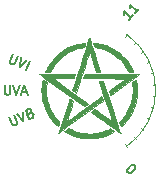
<source format=gto>
G04 #@! TF.GenerationSoftware,KiCad,Pcbnew,(5.1.8)-1*
G04 #@! TF.CreationDate,2021-06-14T15:46:15+01:00*
G04 #@! TF.ProjectId,amulet,616d756c-6574-42e6-9b69-6361645f7063,rev?*
G04 #@! TF.SameCoordinates,Original*
G04 #@! TF.FileFunction,Legend,Top*
G04 #@! TF.FilePolarity,Positive*
%FSLAX46Y46*%
G04 Gerber Fmt 4.6, Leading zero omitted, Abs format (unit mm)*
G04 Created by KiCad (PCBNEW (5.1.8)-1) date 2021-06-14 15:46:15*
%MOMM*%
%LPD*%
G01*
G04 APERTURE LIST*
%ADD10C,0.120000*%
%ADD11C,0.150000*%
%ADD12C,0.020596*%
G04 APERTURE END LIST*
D10*
X103183349Y-95453706D02*
X103326743Y-95248918D01*
X103924443Y-96075557D02*
X104101219Y-95898781D01*
X104546294Y-96816651D02*
X104751082Y-96673257D01*
X105030008Y-97654469D02*
X105256585Y-97548814D01*
X105360888Y-98563554D02*
X105602370Y-98498850D01*
X105528881Y-99516286D02*
X105777929Y-99494497D01*
X105528881Y-100483714D02*
X105777929Y-100505503D01*
X105360888Y-101436446D02*
X105602370Y-101501151D01*
X105030008Y-102345531D02*
X105256585Y-102451186D01*
X104546294Y-103183349D02*
X104751082Y-103326743D01*
X103183349Y-104546294D02*
X103326743Y-104751082D01*
X103924443Y-103924443D02*
X104101219Y-104101219D01*
X103326744Y-95248918D02*
G75*
G02*
X103326743Y-104751082I-3326744J-4751082D01*
G01*
D11*
X104005641Y-106358832D02*
X104055627Y-106416334D01*
X104076862Y-106498828D01*
X104073103Y-106552572D01*
X104040594Y-106631308D01*
X103950584Y-106760030D01*
X103806830Y-106884994D01*
X103666833Y-106956214D01*
X103584339Y-106977448D01*
X103530596Y-106973690D01*
X103451859Y-106941181D01*
X103401874Y-106883680D01*
X103380639Y-106801185D01*
X103384397Y-106747442D01*
X103416906Y-106668705D01*
X103506917Y-106539984D01*
X103650671Y-106415020D01*
X103790667Y-106343800D01*
X103873162Y-106322565D01*
X103926905Y-106326323D01*
X104005641Y-106358832D01*
X103848162Y-93652434D02*
X103548249Y-93997444D01*
X103698205Y-93824939D02*
X103094438Y-93300092D01*
X103130705Y-93432571D01*
X103138221Y-93540059D01*
X103116986Y-93622553D01*
X104348016Y-93077417D02*
X104048103Y-93422427D01*
X104198060Y-93249922D02*
X103594292Y-92725075D01*
X103630559Y-92857555D01*
X103638075Y-92965042D01*
X103616841Y-93047536D01*
X93377179Y-102269071D02*
X93625012Y-102867393D01*
X93689364Y-102923205D01*
X93739138Y-102943822D01*
X93824107Y-102949861D01*
X93964889Y-102891547D01*
X94020701Y-102827195D01*
X94041318Y-102777421D01*
X94047357Y-102692452D01*
X93799524Y-102094130D01*
X94045892Y-101992081D02*
X94598406Y-102629135D01*
X94538628Y-101787983D01*
X95177147Y-101935839D02*
X95297312Y-101927299D01*
X95347086Y-101947916D01*
X95411438Y-102003729D01*
X95455173Y-102109315D01*
X95449135Y-102194284D01*
X95428518Y-102244058D01*
X95372705Y-102308410D01*
X95091142Y-102425038D01*
X94784995Y-101685934D01*
X95031363Y-101583885D01*
X95116333Y-101589924D01*
X95166106Y-101610541D01*
X95230459Y-101666353D01*
X95259615Y-101736744D01*
X95253577Y-101821713D01*
X95232960Y-101871487D01*
X95177147Y-101935839D01*
X94930780Y-102037888D01*
X93012976Y-99561904D02*
X93012976Y-100209523D01*
X93051071Y-100285714D01*
X93089166Y-100323809D01*
X93165357Y-100361904D01*
X93317738Y-100361904D01*
X93393928Y-100323809D01*
X93432023Y-100285714D01*
X93470119Y-100209523D01*
X93470119Y-99561904D01*
X93736785Y-99561904D02*
X94003452Y-100361904D01*
X94270119Y-99561904D01*
X94498690Y-100133333D02*
X94879642Y-100133333D01*
X94422500Y-100361904D02*
X94689166Y-99561904D01*
X94955833Y-100361904D01*
X93712483Y-96921434D02*
X93464650Y-97519756D01*
X93470688Y-97604725D01*
X93491305Y-97654499D01*
X93547117Y-97718851D01*
X93687899Y-97777165D01*
X93772868Y-97771126D01*
X93822642Y-97750509D01*
X93886994Y-97694697D01*
X94134828Y-97096375D01*
X94381195Y-97198424D02*
X94321417Y-98039576D01*
X94873931Y-97402522D01*
X94814152Y-98243674D02*
X95120299Y-97504571D01*
D12*
G04 #@! TO.C,pentagram*
G36*
X103447790Y-98318470D02*
G01*
X103394990Y-98214280D01*
X103310990Y-98076980D01*
X103226890Y-97939670D01*
X103119080Y-97793880D01*
X103011270Y-97648090D01*
X102828360Y-97455910D01*
X102645470Y-97263710D01*
X102471210Y-97127460D01*
X102296940Y-96991180D01*
X102141480Y-96891880D01*
X101986030Y-96792580D01*
X101780070Y-96691600D01*
X101574110Y-96590630D01*
X101326950Y-96508830D01*
X101079800Y-96427030D01*
X100884130Y-96392430D01*
X100688480Y-96357830D01*
X100667380Y-96352830D01*
X100646280Y-96347830D01*
X100586380Y-96160380D01*
X100526580Y-95972910D01*
X100535580Y-95963910D01*
X100544580Y-95954910D01*
X100791740Y-95991710D01*
X101038900Y-96028510D01*
X101213970Y-96073910D01*
X101389040Y-96119310D01*
X101584700Y-96192310D01*
X101780350Y-96265310D01*
X101985080Y-96367810D01*
X102189800Y-96470310D01*
X102324920Y-96554510D01*
X102460030Y-96638710D01*
X102614510Y-96752850D01*
X102768970Y-96866980D01*
X102982830Y-97073260D01*
X103196690Y-97279540D01*
X103328170Y-97441670D01*
X103459650Y-97603770D01*
X103570970Y-97771210D01*
X103682290Y-97938620D01*
X103797180Y-98162820D01*
X103912070Y-98387040D01*
X103912070Y-98404840D01*
X103912070Y-98422640D01*
X103706450Y-98422640D01*
X103500840Y-98422640D01*
X103447790Y-98318470D01*
G37*
X103447790Y-98318470D02*
X103394990Y-98214280D01*
X103310990Y-98076980D01*
X103226890Y-97939670D01*
X103119080Y-97793880D01*
X103011270Y-97648090D01*
X102828360Y-97455910D01*
X102645470Y-97263710D01*
X102471210Y-97127460D01*
X102296940Y-96991180D01*
X102141480Y-96891880D01*
X101986030Y-96792580D01*
X101780070Y-96691600D01*
X101574110Y-96590630D01*
X101326950Y-96508830D01*
X101079800Y-96427030D01*
X100884130Y-96392430D01*
X100688480Y-96357830D01*
X100667380Y-96352830D01*
X100646280Y-96347830D01*
X100586380Y-96160380D01*
X100526580Y-95972910D01*
X100535580Y-95963910D01*
X100544580Y-95954910D01*
X100791740Y-95991710D01*
X101038900Y-96028510D01*
X101213970Y-96073910D01*
X101389040Y-96119310D01*
X101584700Y-96192310D01*
X101780350Y-96265310D01*
X101985080Y-96367810D01*
X102189800Y-96470310D01*
X102324920Y-96554510D01*
X102460030Y-96638710D01*
X102614510Y-96752850D01*
X102768970Y-96866980D01*
X102982830Y-97073260D01*
X103196690Y-97279540D01*
X103328170Y-97441670D01*
X103459650Y-97603770D01*
X103570970Y-97771210D01*
X103682290Y-97938620D01*
X103797180Y-98162820D01*
X103912070Y-98387040D01*
X103912070Y-98404840D01*
X103912070Y-98422640D01*
X103706450Y-98422640D01*
X103500840Y-98422640D01*
X103447790Y-98318470D01*
G36*
X96455980Y-98404760D02*
G01*
X96455980Y-98386960D01*
X96566960Y-98170500D01*
X96677940Y-97954030D01*
X96755140Y-97833000D01*
X96832440Y-97711990D01*
X96947600Y-97557520D01*
X97062750Y-97403040D01*
X97279120Y-97179980D01*
X97495470Y-96956930D01*
X97629630Y-96848070D01*
X97763800Y-96739200D01*
X97953370Y-96612300D01*
X98142950Y-96485400D01*
X98411890Y-96354500D01*
X98680850Y-96223590D01*
X98902000Y-96150290D01*
X99123140Y-96076890D01*
X99380610Y-96026190D01*
X99638050Y-95975590D01*
X99735850Y-95966590D01*
X99833650Y-95957590D01*
X99833880Y-95970490D01*
X99834110Y-95983390D01*
X99778510Y-96165750D01*
X99723010Y-96348110D01*
X99701310Y-96353110D01*
X99679510Y-96358110D01*
X99447190Y-96402510D01*
X99214850Y-96446910D01*
X99005690Y-96519710D01*
X98796530Y-96592510D01*
X98605290Y-96682010D01*
X98414010Y-96771510D01*
X98233220Y-96889300D01*
X98052410Y-97007080D01*
X97929150Y-97101880D01*
X97805890Y-97196680D01*
X97663180Y-97330790D01*
X97520460Y-97464900D01*
X97365650Y-97650260D01*
X97210830Y-97835620D01*
X97103060Y-98002570D01*
X96995300Y-98169500D01*
X96931400Y-98296070D01*
X96867500Y-98422610D01*
X96661830Y-98422610D01*
X96456160Y-98422610D01*
X96456160Y-98404810D01*
X96455980Y-98404760D01*
G37*
X96455980Y-98404760D02*
X96455980Y-98386960D01*
X96566960Y-98170500D01*
X96677940Y-97954030D01*
X96755140Y-97833000D01*
X96832440Y-97711990D01*
X96947600Y-97557520D01*
X97062750Y-97403040D01*
X97279120Y-97179980D01*
X97495470Y-96956930D01*
X97629630Y-96848070D01*
X97763800Y-96739200D01*
X97953370Y-96612300D01*
X98142950Y-96485400D01*
X98411890Y-96354500D01*
X98680850Y-96223590D01*
X98902000Y-96150290D01*
X99123140Y-96076890D01*
X99380610Y-96026190D01*
X99638050Y-95975590D01*
X99735850Y-95966590D01*
X99833650Y-95957590D01*
X99833880Y-95970490D01*
X99834110Y-95983390D01*
X99778510Y-96165750D01*
X99723010Y-96348110D01*
X99701310Y-96353110D01*
X99679510Y-96358110D01*
X99447190Y-96402510D01*
X99214850Y-96446910D01*
X99005690Y-96519710D01*
X98796530Y-96592510D01*
X98605290Y-96682010D01*
X98414010Y-96771510D01*
X98233220Y-96889300D01*
X98052410Y-97007080D01*
X97929150Y-97101880D01*
X97805890Y-97196680D01*
X97663180Y-97330790D01*
X97520460Y-97464900D01*
X97365650Y-97650260D01*
X97210830Y-97835620D01*
X97103060Y-98002570D01*
X96995300Y-98169500D01*
X96931400Y-98296070D01*
X96867500Y-98422610D01*
X96661830Y-98422610D01*
X96456160Y-98422610D01*
X96456160Y-98404810D01*
X96455980Y-98404760D01*
G36*
X98889830Y-100057400D02*
G01*
X98738850Y-99943810D01*
X98750250Y-99914210D01*
X98761650Y-99884610D01*
X99031700Y-99055770D01*
X99301750Y-98226920D01*
X99435520Y-97815000D01*
X99569300Y-97403070D01*
X99723700Y-96929370D01*
X99878100Y-96455650D01*
X100023040Y-96012820D01*
X100167980Y-95570000D01*
X100172980Y-95552700D01*
X100181980Y-95530000D01*
X100192480Y-95556700D01*
X100203380Y-95588900D01*
X100355940Y-96053200D01*
X100508490Y-96517500D01*
X100642460Y-96929440D01*
X100776430Y-97341350D01*
X100943000Y-97850200D01*
X101109610Y-98359020D01*
X101109610Y-98391620D01*
X101109610Y-98424220D01*
X100919100Y-98419220D01*
X100728570Y-98414220D01*
X100645970Y-98167080D01*
X100563370Y-97919920D01*
X100378260Y-97348570D01*
X100193140Y-96777230D01*
X100181740Y-96777030D01*
X100170340Y-96776820D01*
X100124240Y-96926130D01*
X100078140Y-97075470D01*
X99926240Y-97538890D01*
X99774360Y-98002300D01*
X99503640Y-98836440D01*
X99232900Y-99670590D01*
X99150100Y-99922900D01*
X99067300Y-100175200D01*
X99053500Y-100174390D01*
X99039800Y-100173600D01*
X98888820Y-100060020D01*
X98889830Y-100057400D01*
G37*
X98889830Y-100057400D02*
X98738850Y-99943810D01*
X98750250Y-99914210D01*
X98761650Y-99884610D01*
X99031700Y-99055770D01*
X99301750Y-98226920D01*
X99435520Y-97815000D01*
X99569300Y-97403070D01*
X99723700Y-96929370D01*
X99878100Y-96455650D01*
X100023040Y-96012820D01*
X100167980Y-95570000D01*
X100172980Y-95552700D01*
X100181980Y-95530000D01*
X100192480Y-95556700D01*
X100203380Y-95588900D01*
X100355940Y-96053200D01*
X100508490Y-96517500D01*
X100642460Y-96929440D01*
X100776430Y-97341350D01*
X100943000Y-97850200D01*
X101109610Y-98359020D01*
X101109610Y-98391620D01*
X101109610Y-98424220D01*
X100919100Y-98419220D01*
X100728570Y-98414220D01*
X100645970Y-98167080D01*
X100563370Y-97919920D01*
X100378260Y-97348570D01*
X100193140Y-96777230D01*
X100181740Y-96777030D01*
X100170340Y-96776820D01*
X100124240Y-96926130D01*
X100078140Y-97075470D01*
X99926240Y-97538890D01*
X99774360Y-98002300D01*
X99503640Y-98836440D01*
X99232900Y-99670590D01*
X99150100Y-99922900D01*
X99067300Y-100175200D01*
X99053500Y-100174390D01*
X99039800Y-100173600D01*
X98888820Y-100060020D01*
X98889830Y-100057400D01*
G36*
X101907930Y-100208060D02*
G01*
X101852330Y-100036910D01*
X101852330Y-100024410D01*
X101852330Y-100011910D01*
X102556120Y-99500450D01*
X103259940Y-98989020D01*
X101455730Y-98984020D01*
X99651520Y-98979020D01*
X99713620Y-98793760D01*
X99775720Y-98608500D01*
X102090950Y-98608500D01*
X104406170Y-98608500D01*
X104423470Y-98608540D01*
X104406170Y-98624940D01*
X103886130Y-99004440D01*
X103366070Y-99383930D01*
X102680980Y-99881840D01*
X101995920Y-100379760D01*
X101979720Y-100379760D01*
X101963620Y-100379760D01*
X101907930Y-100208060D01*
G37*
X101907930Y-100208060D02*
X101852330Y-100036910D01*
X101852330Y-100024410D01*
X101852330Y-100011910D01*
X102556120Y-99500450D01*
X103259940Y-98989020D01*
X101455730Y-98984020D01*
X99651520Y-98979020D01*
X99713620Y-98793760D01*
X99775720Y-98608500D01*
X102090950Y-98608500D01*
X104406170Y-98608500D01*
X104423470Y-98608540D01*
X104406170Y-98624940D01*
X103886130Y-99004440D01*
X103366070Y-99383930D01*
X102680980Y-99881840D01*
X101995920Y-100379760D01*
X101979720Y-100379760D01*
X101963620Y-100379760D01*
X101907930Y-100208060D01*
G36*
X98031590Y-100130030D02*
G01*
X96363290Y-98915040D01*
X96173250Y-98780870D01*
X95983200Y-98646710D01*
X95959800Y-98626610D01*
X95940000Y-98608310D01*
X97463890Y-98607840D01*
X98968630Y-98607840D01*
X98968630Y-98627340D01*
X98968630Y-98646840D01*
X98916230Y-98812440D01*
X98863830Y-98978060D01*
X97986030Y-98983060D01*
X97108220Y-98988060D01*
X98537790Y-100026020D01*
X99967380Y-101063980D01*
X99995380Y-101089580D01*
X100023380Y-101115280D01*
X99895040Y-101205080D01*
X99766670Y-101294880D01*
X99733170Y-101319580D01*
X99699770Y-101344280D01*
X98031590Y-100130030D01*
G37*
X98031590Y-100130030D02*
X96363290Y-98915040D01*
X96173250Y-98780870D01*
X95983200Y-98646710D01*
X95959800Y-98626610D01*
X95940000Y-98608310D01*
X97463890Y-98607840D01*
X98968630Y-98607840D01*
X98968630Y-98627340D01*
X98968630Y-98646840D01*
X98916230Y-98812440D01*
X98863830Y-98978060D01*
X97986030Y-98983060D01*
X97108220Y-98988060D01*
X98537790Y-100026020D01*
X99967380Y-101063980D01*
X99995380Y-101089580D01*
X100023380Y-101115280D01*
X99895040Y-101205080D01*
X99766670Y-101294880D01*
X99733170Y-101319580D01*
X99699770Y-101344280D01*
X98031590Y-100130030D01*
G36*
X102772960Y-102864980D02*
G01*
X102717360Y-102693840D01*
X102717360Y-102670340D01*
X102717360Y-102646940D01*
X102812260Y-102548140D01*
X102907160Y-102449240D01*
X103011560Y-102325660D01*
X103115950Y-102202090D01*
X103257900Y-101986950D01*
X103399840Y-101771830D01*
X103488640Y-101585330D01*
X103577340Y-101398840D01*
X103632740Y-101244460D01*
X103688240Y-101090090D01*
X103737340Y-100901300D01*
X103786440Y-100712490D01*
X103818440Y-100483410D01*
X103850340Y-100254330D01*
X103850340Y-100002190D01*
X103850340Y-99750060D01*
X103829540Y-99575540D01*
X103808740Y-99401000D01*
X103798240Y-99355900D01*
X103787740Y-99310800D01*
X103939880Y-99196310D01*
X104092010Y-99081810D01*
X104112810Y-99081810D01*
X104133610Y-99081810D01*
X104166510Y-99262020D01*
X104199410Y-99442240D01*
X104221010Y-99699700D01*
X104242610Y-99957160D01*
X104229810Y-100173410D01*
X104217010Y-100389670D01*
X104188410Y-100588710D01*
X104159910Y-100787770D01*
X104106810Y-100997590D01*
X104053610Y-101207380D01*
X103972010Y-101424590D01*
X103890410Y-101641790D01*
X103780840Y-101851600D01*
X103671250Y-102061420D01*
X103550130Y-102241610D01*
X103428990Y-102421800D01*
X103271020Y-102610610D01*
X103113050Y-102799420D01*
X102988440Y-102917850D01*
X102863820Y-103036290D01*
X102845920Y-103036290D01*
X102828020Y-103036290D01*
X102772960Y-102864980D01*
G37*
X102772960Y-102864980D02*
X102717360Y-102693840D01*
X102717360Y-102670340D01*
X102717360Y-102646940D01*
X102812260Y-102548140D01*
X102907160Y-102449240D01*
X103011560Y-102325660D01*
X103115950Y-102202090D01*
X103257900Y-101986950D01*
X103399840Y-101771830D01*
X103488640Y-101585330D01*
X103577340Y-101398840D01*
X103632740Y-101244460D01*
X103688240Y-101090090D01*
X103737340Y-100901300D01*
X103786440Y-100712490D01*
X103818440Y-100483410D01*
X103850340Y-100254330D01*
X103850340Y-100002190D01*
X103850340Y-99750060D01*
X103829540Y-99575540D01*
X103808740Y-99401000D01*
X103798240Y-99355900D01*
X103787740Y-99310800D01*
X103939880Y-99196310D01*
X104092010Y-99081810D01*
X104112810Y-99081810D01*
X104133610Y-99081810D01*
X104166510Y-99262020D01*
X104199410Y-99442240D01*
X104221010Y-99699700D01*
X104242610Y-99957160D01*
X104229810Y-100173410D01*
X104217010Y-100389670D01*
X104188410Y-100588710D01*
X104159910Y-100787770D01*
X104106810Y-100997590D01*
X104053610Y-101207380D01*
X103972010Y-101424590D01*
X103890410Y-101641790D01*
X103780840Y-101851600D01*
X103671250Y-102061420D01*
X103550130Y-102241610D01*
X103428990Y-102421800D01*
X103271020Y-102610610D01*
X103113050Y-102799420D01*
X102988440Y-102917850D01*
X102863820Y-103036290D01*
X102845920Y-103036290D01*
X102828020Y-103036290D01*
X102772960Y-102864980D01*
G36*
X97313190Y-102845640D02*
G01*
X97123690Y-102655130D01*
X96987180Y-102479250D01*
X96850670Y-102303390D01*
X96748060Y-102137930D01*
X96645450Y-101972470D01*
X96553250Y-101788590D01*
X96461050Y-101604710D01*
X96388050Y-101409060D01*
X96315050Y-101213390D01*
X96263350Y-101007430D01*
X96211650Y-100801470D01*
X96189350Y-100678420D01*
X96167050Y-100555370D01*
X96145550Y-100269730D01*
X96124050Y-99984090D01*
X96145650Y-99713110D01*
X96167250Y-99442120D01*
X96200250Y-99261890D01*
X96233250Y-99081690D01*
X96254950Y-99081690D01*
X96276750Y-99081690D01*
X96428900Y-99196200D01*
X96581070Y-99310720D01*
X96570570Y-99345520D01*
X96560070Y-99380320D01*
X96535670Y-99596600D01*
X96511270Y-99812860D01*
X96523770Y-100142400D01*
X96536270Y-100471930D01*
X96577070Y-100673720D01*
X96617870Y-100875530D01*
X96672570Y-101054760D01*
X96727270Y-101233990D01*
X96799370Y-101409060D01*
X96871570Y-101584140D01*
X96944970Y-101718010D01*
X97018370Y-101851880D01*
X97120350Y-102006350D01*
X97222330Y-102160830D01*
X97331140Y-102296390D01*
X97439960Y-102431970D01*
X97544840Y-102537960D01*
X97649730Y-102643950D01*
X97649730Y-102668850D01*
X97649730Y-102693750D01*
X97594130Y-102864890D01*
X97538430Y-103036050D01*
X97520230Y-103036050D01*
X97502030Y-103036050D01*
X97313190Y-102845640D01*
G37*
X97313190Y-102845640D02*
X97123690Y-102655130D01*
X96987180Y-102479250D01*
X96850670Y-102303390D01*
X96748060Y-102137930D01*
X96645450Y-101972470D01*
X96553250Y-101788590D01*
X96461050Y-101604710D01*
X96388050Y-101409060D01*
X96315050Y-101213390D01*
X96263350Y-101007430D01*
X96211650Y-100801470D01*
X96189350Y-100678420D01*
X96167050Y-100555370D01*
X96145550Y-100269730D01*
X96124050Y-99984090D01*
X96145650Y-99713110D01*
X96167250Y-99442120D01*
X96200250Y-99261890D01*
X96233250Y-99081690D01*
X96254950Y-99081690D01*
X96276750Y-99081690D01*
X96428900Y-99196200D01*
X96581070Y-99310720D01*
X96570570Y-99345520D01*
X96560070Y-99380320D01*
X96535670Y-99596600D01*
X96511270Y-99812860D01*
X96523770Y-100142400D01*
X96536270Y-100471930D01*
X96577070Y-100673720D01*
X96617870Y-100875530D01*
X96672570Y-101054760D01*
X96727270Y-101233990D01*
X96799370Y-101409060D01*
X96871570Y-101584140D01*
X96944970Y-101718010D01*
X97018370Y-101851880D01*
X97120350Y-102006350D01*
X97222330Y-102160830D01*
X97331140Y-102296390D01*
X97439960Y-102431970D01*
X97544840Y-102537960D01*
X97649730Y-102643950D01*
X97649730Y-102668850D01*
X97649730Y-102693750D01*
X97594130Y-102864890D01*
X97538430Y-103036050D01*
X97520230Y-103036050D01*
X97502030Y-103036050D01*
X97313190Y-102845640D01*
G36*
X102336200Y-103259230D02*
G01*
X101883080Y-102929850D01*
X101450570Y-102616000D01*
X101018050Y-102302150D01*
X100682730Y-102058770D01*
X100347410Y-101815380D01*
X100355410Y-101807380D01*
X100363410Y-101799380D01*
X100513470Y-101687110D01*
X100663540Y-101574830D01*
X100768650Y-101650030D01*
X100873770Y-101725230D01*
X100976810Y-101801330D01*
X101079730Y-101877430D01*
X101579190Y-102239450D01*
X102078650Y-102601460D01*
X102078650Y-102581060D01*
X102078650Y-102560660D01*
X101905250Y-102031230D01*
X101731830Y-101501800D01*
X101453410Y-100647050D01*
X101174990Y-99792320D01*
X101081090Y-99503970D01*
X100987190Y-99215610D01*
X100987180Y-99189910D01*
X100987140Y-99164210D01*
X101179110Y-99164210D01*
X101371070Y-99164210D01*
X102088760Y-101368020D01*
X102806430Y-103571850D01*
X102818930Y-103609450D01*
X102789230Y-103588750D01*
X102336200Y-103259230D01*
G37*
X102336200Y-103259230D02*
X101883080Y-102929850D01*
X101450570Y-102616000D01*
X101018050Y-102302150D01*
X100682730Y-102058770D01*
X100347410Y-101815380D01*
X100355410Y-101807380D01*
X100363410Y-101799380D01*
X100513470Y-101687110D01*
X100663540Y-101574830D01*
X100768650Y-101650030D01*
X100873770Y-101725230D01*
X100976810Y-101801330D01*
X101079730Y-101877430D01*
X101579190Y-102239450D01*
X102078650Y-102601460D01*
X102078650Y-102581060D01*
X102078650Y-102560660D01*
X101905250Y-102031230D01*
X101731830Y-101501800D01*
X101453410Y-100647050D01*
X101174990Y-99792320D01*
X101081090Y-99503970D01*
X100987190Y-99215610D01*
X100987180Y-99189910D01*
X100987140Y-99164210D01*
X101179110Y-99164210D01*
X101371070Y-99164210D01*
X102088760Y-101368020D01*
X102806430Y-103571850D01*
X102818930Y-103609450D01*
X102789230Y-103588750D01*
X102336200Y-103259230D01*
G36*
X97561340Y-103572290D02*
G01*
X97568340Y-103549790D01*
X97992900Y-102247750D01*
X98417440Y-100945700D01*
X98454440Y-100832420D01*
X98491440Y-100719150D01*
X98518740Y-100725150D01*
X98546040Y-100731150D01*
X98683190Y-100832820D01*
X98820340Y-100934490D01*
X98751940Y-101145310D01*
X98683440Y-101356150D01*
X98486420Y-101957760D01*
X98289380Y-102559390D01*
X98289380Y-102581190D01*
X98289380Y-102603090D01*
X98438710Y-102492420D01*
X98588030Y-102381740D01*
X99391290Y-101799100D01*
X100194530Y-101216460D01*
X100287230Y-101148160D01*
X100379930Y-101079860D01*
X100791860Y-100780420D01*
X101203790Y-100480980D01*
X101262390Y-100656600D01*
X101320990Y-100832180D01*
X101311990Y-100857780D01*
X101302990Y-100883480D01*
X100935010Y-101149280D01*
X100567010Y-101415110D01*
X100268370Y-101633750D01*
X99969730Y-101852380D01*
X99149370Y-102448650D01*
X98329010Y-103044920D01*
X98047480Y-103248050D01*
X97765930Y-103451200D01*
X97668230Y-103522700D01*
X97557650Y-103604300D01*
X97561340Y-103572290D01*
G37*
X97561340Y-103572290D02*
X97568340Y-103549790D01*
X97992900Y-102247750D01*
X98417440Y-100945700D01*
X98454440Y-100832420D01*
X98491440Y-100719150D01*
X98518740Y-100725150D01*
X98546040Y-100731150D01*
X98683190Y-100832820D01*
X98820340Y-100934490D01*
X98751940Y-101145310D01*
X98683440Y-101356150D01*
X98486420Y-101957760D01*
X98289380Y-102559390D01*
X98289380Y-102581190D01*
X98289380Y-102603090D01*
X98438710Y-102492420D01*
X98588030Y-102381740D01*
X99391290Y-101799100D01*
X100194530Y-101216460D01*
X100287230Y-101148160D01*
X100379930Y-101079860D01*
X100791860Y-100780420D01*
X101203790Y-100480980D01*
X101262390Y-100656600D01*
X101320990Y-100832180D01*
X101311990Y-100857780D01*
X101302990Y-100883480D01*
X100935010Y-101149280D01*
X100567010Y-101415110D01*
X100268370Y-101633750D01*
X99969730Y-101852380D01*
X99149370Y-102448650D01*
X98329010Y-103044920D01*
X98047480Y-103248050D01*
X97765930Y-103451200D01*
X97668230Y-103522700D01*
X97557650Y-103604300D01*
X97561340Y-103572290D01*
G36*
X99710190Y-104014100D02*
G01*
X99493920Y-103987300D01*
X99329160Y-103953100D01*
X99164380Y-103918900D01*
X98908480Y-103834300D01*
X98652580Y-103749700D01*
X98363390Y-103606630D01*
X98074180Y-103463570D01*
X98135280Y-103414670D01*
X98196380Y-103365670D01*
X98304930Y-103290670D01*
X98413460Y-103215670D01*
X98593280Y-103298170D01*
X98773080Y-103380570D01*
X98917260Y-103433470D01*
X99061440Y-103486370D01*
X99205590Y-103527770D01*
X99349770Y-103569170D01*
X99535150Y-103606470D01*
X99720510Y-103643670D01*
X100240000Y-103680000D01*
X100667930Y-103642110D01*
X100884190Y-103595310D01*
X101100450Y-103548510D01*
X101254930Y-103500710D01*
X101409390Y-103452910D01*
X101570230Y-103388310D01*
X101731070Y-103323710D01*
X101834950Y-103271110D01*
X101938820Y-103218510D01*
X101964820Y-103229010D01*
X101990820Y-103239510D01*
X102138380Y-103347170D01*
X102285920Y-103454820D01*
X102218420Y-103496420D01*
X102150920Y-103538020D01*
X101903760Y-103656080D01*
X101656610Y-103774150D01*
X101462620Y-103838050D01*
X101268640Y-103901950D01*
X101027940Y-103952850D01*
X100787240Y-104003650D01*
X100562840Y-104024850D01*
X100338450Y-104046050D01*
X100132490Y-104043050D01*
X99926530Y-104040050D01*
X99710260Y-104013250D01*
X99710190Y-104014100D01*
G37*
X99710190Y-104014100D02*
X99493920Y-103987300D01*
X99329160Y-103953100D01*
X99164380Y-103918900D01*
X98908480Y-103834300D01*
X98652580Y-103749700D01*
X98363390Y-103606630D01*
X98074180Y-103463570D01*
X98135280Y-103414670D01*
X98196380Y-103365670D01*
X98304930Y-103290670D01*
X98413460Y-103215670D01*
X98593280Y-103298170D01*
X98773080Y-103380570D01*
X98917260Y-103433470D01*
X99061440Y-103486370D01*
X99205590Y-103527770D01*
X99349770Y-103569170D01*
X99535150Y-103606470D01*
X99720510Y-103643670D01*
X100240000Y-103680000D01*
X100667930Y-103642110D01*
X100884190Y-103595310D01*
X101100450Y-103548510D01*
X101254930Y-103500710D01*
X101409390Y-103452910D01*
X101570230Y-103388310D01*
X101731070Y-103323710D01*
X101834950Y-103271110D01*
X101938820Y-103218510D01*
X101964820Y-103229010D01*
X101990820Y-103239510D01*
X102138380Y-103347170D01*
X102285920Y-103454820D01*
X102218420Y-103496420D01*
X102150920Y-103538020D01*
X101903760Y-103656080D01*
X101656610Y-103774150D01*
X101462620Y-103838050D01*
X101268640Y-103901950D01*
X101027940Y-103952850D01*
X100787240Y-104003650D01*
X100562840Y-104024850D01*
X100338450Y-104046050D01*
X100132490Y-104043050D01*
X99926530Y-104040050D01*
X99710260Y-104013250D01*
X99710190Y-104014100D01*
G04 #@! TD*
M02*

</source>
